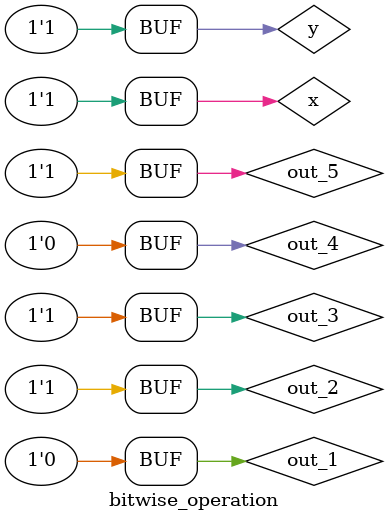
<source format=v>
`timescale 1ns / 1ps


module bitwise_operation();
reg x,y;
wire out;
assign out_1=~x ;
assign out_2=x & y;
assign out_3= x | y;
assign out_4= x ^ y;
 assign out_5=x ^~ y;
 initial begin
 x=0;y=0;#10;
 x=1;y=0;#10;
 x=0;y=1;#10;
 x=1;y=1;#10;
 $monitor("%0t/t%b/t%b",$time,x,y,out);
 end
endmodule

</source>
